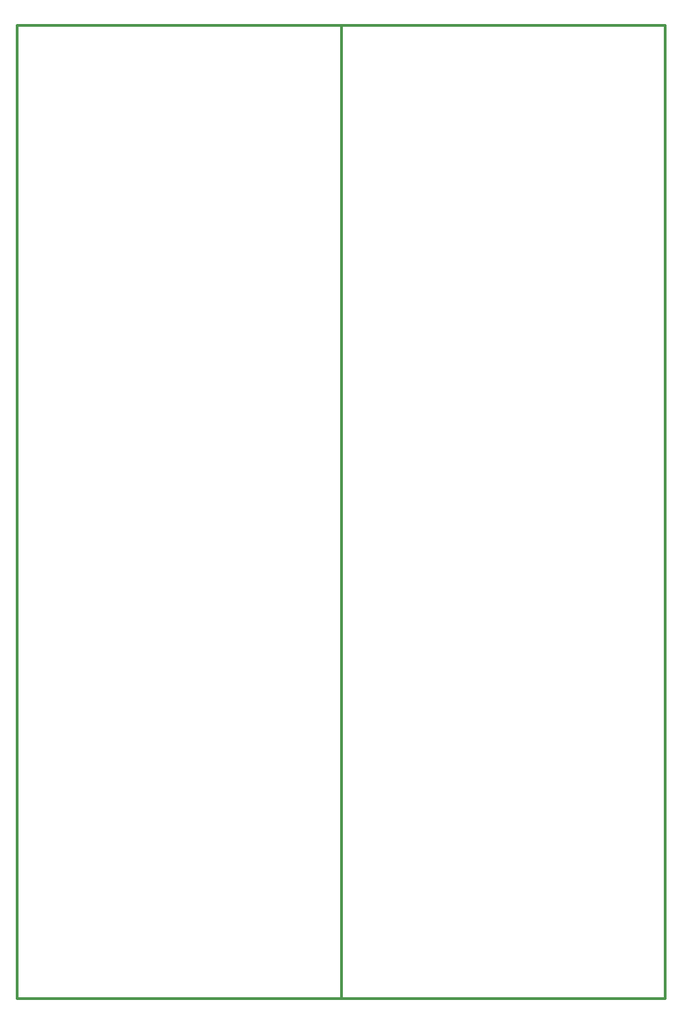
<source format=gbr>
%TF.GenerationSoftware,KiCad,Pcbnew,(5.1.7-0-10_14)*%
%TF.CreationDate,2021-05-28T11:23:36-04:00*%
%TF.ProjectId,SlewLimiter,536c6577-4c69-46d6-9974-65722e6b6963,rev?*%
%TF.SameCoordinates,Original*%
%TF.FileFunction,Profile,NP*%
%FSLAX46Y46*%
G04 Gerber Fmt 4.6, Leading zero omitted, Abs format (unit mm)*
G04 Created by KiCad (PCBNEW (5.1.7-0-10_14)) date 2021-05-28 11:23:36*
%MOMM*%
%LPD*%
G01*
G04 APERTURE LIST*
%TA.AperFunction,Profile*%
%ADD10C,0.300000*%
%TD*%
G04 APERTURE END LIST*
D10*
X70000000Y-50000000D02*
X110000000Y-50000000D01*
X110000000Y-50000000D02*
X110000000Y-170000000D01*
X70000000Y-170000000D02*
X110000000Y-170000000D01*
X30000000Y-50000000D02*
X70000000Y-50000000D01*
X70000000Y-50000000D02*
X70000000Y-170000000D01*
X30000000Y-170000000D02*
X70000000Y-170000000D01*
X30000000Y-50000000D02*
X30000000Y-170000000D01*
M02*

</source>
